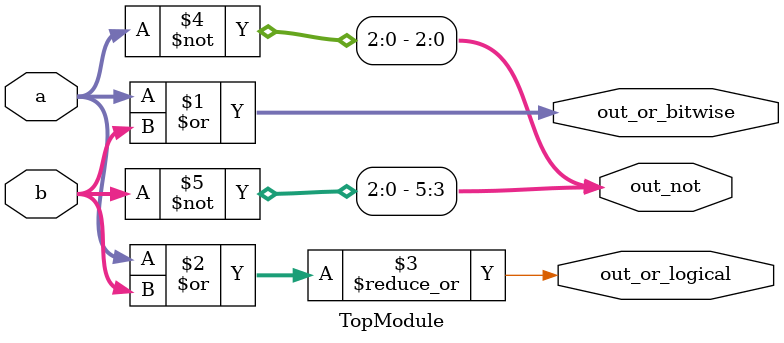
<source format=sv>


module TopModule (
    input  wire [2:0] a,
    input  wire [2:0] b,
    output wire [2:0] out_or_bitwise,
    output wire       out_or_logical,
    output wire [5:0] out_not
);

    // Bit‑wise OR
    assign out_or_bitwise = a | b;

    // Logical OR of the two vectors
    // Equivalent to: out_or_logical = |a | |b
    assign out_or_logical = |(a | b);

    // Inverse of both vectors
    // Upper half (bits 5:3) = ~b, lower half (bits 2:0) = ~a
    assign out_not = {~b, ~a};

endmodule

// VERILOG-EVAL: errant inclusion of module definition

</source>
